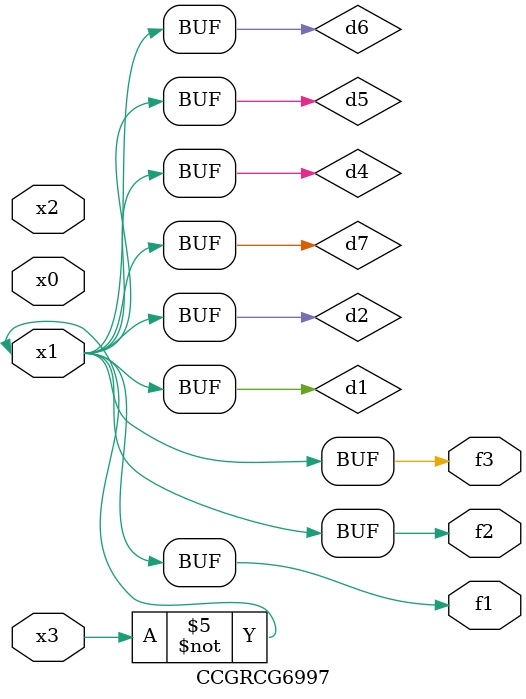
<source format=v>
module CCGRCG6997(
	input x0, x1, x2, x3,
	output f1, f2, f3
);

	wire d1, d2, d3, d4, d5, d6, d7;

	not (d1, x3);
	buf (d2, x1);
	xnor (d3, d1, d2);
	nor (d4, d1);
	buf (d5, d1, d2);
	buf (d6, d4, d5);
	nand (d7, d4);
	assign f1 = d6;
	assign f2 = d7;
	assign f3 = d6;
endmodule

</source>
